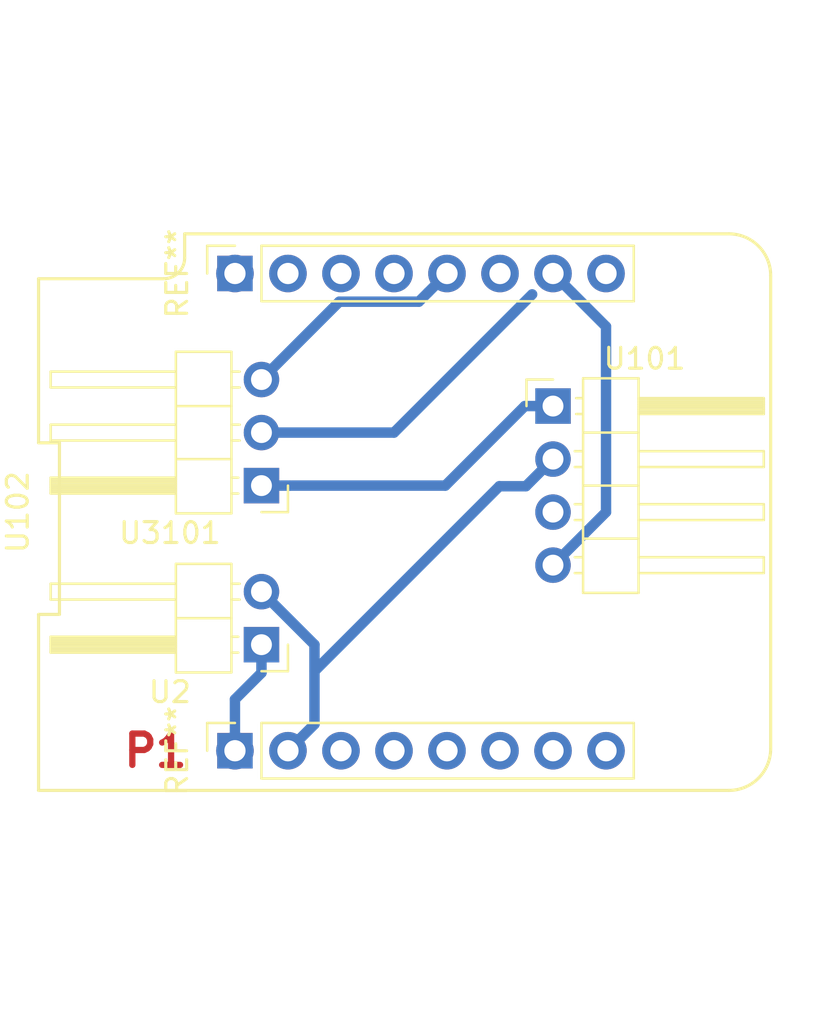
<source format=kicad_pcb>
(kicad_pcb (version 20171130) (host pcbnew 5.0.2-bee76a0~70~ubuntu18.04.1)

  (general
    (thickness 1.6)
    (drawings 1)
    (tracks 23)
    (zones 0)
    (modules 6)
    (nets 18)
  )

  (page A4)
  (layers
    (0 F.Cu signal)
    (31 B.Cu signal)
    (32 B.Adhes user)
    (33 F.Adhes user)
    (34 B.Paste user)
    (35 F.Paste user)
    (36 B.SilkS user)
    (37 F.SilkS user)
    (38 B.Mask user)
    (39 F.Mask user)
    (40 Dwgs.User user)
    (41 Cmts.User user)
    (42 Eco1.User user)
    (43 Eco2.User user)
    (44 Edge.Cuts user)
    (45 Margin user)
    (46 B.CrtYd user)
    (47 F.CrtYd user)
    (48 B.Fab user)
    (49 F.Fab user)
  )

  (setup
    (last_trace_width 0.25)
    (trace_clearance 0.2)
    (zone_clearance 0.508)
    (zone_45_only no)
    (trace_min 0.2)
    (segment_width 0.2)
    (edge_width 0.1)
    (via_size 0.8)
    (via_drill 0.4)
    (via_min_size 0.4)
    (via_min_drill 0.3)
    (uvia_size 0.3)
    (uvia_drill 0.1)
    (uvias_allowed no)
    (uvia_min_size 0.2)
    (uvia_min_drill 0.1)
    (pcb_text_width 0.3)
    (pcb_text_size 1.5 1.5)
    (mod_edge_width 0.15)
    (mod_text_size 1 1)
    (mod_text_width 0.15)
    (pad_size 1.5 1.5)
    (pad_drill 0.6)
    (pad_to_mask_clearance 0)
    (solder_mask_min_width 0.25)
    (aux_axis_origin 0 0)
    (visible_elements FFFFF77F)
    (pcbplotparams
      (layerselection 0x010fc_ffffffff)
      (usegerberextensions false)
      (usegerberattributes false)
      (usegerberadvancedattributes false)
      (creategerberjobfile false)
      (excludeedgelayer true)
      (linewidth 0.100000)
      (plotframeref false)
      (viasonmask false)
      (mode 1)
      (useauxorigin false)
      (hpglpennumber 1)
      (hpglpenspeed 20)
      (hpglpendiameter 15.000000)
      (psnegative false)
      (psa4output false)
      (plotreference true)
      (plotvalue true)
      (plotinvisibletext false)
      (padsonsilk false)
      (subtractmaskfromsilk false)
      (outputformat 1)
      (mirror false)
      (drillshape 1)
      (scaleselection 1)
      (outputdirectory ""))
  )

  (net 0 "")
  (net 1 +5V)
  (net 2 GND)
  (net 3 VCC)
  (net 4 "Net-(U101-Pad3)")
  (net 5 "Net-(U101-Pad4)")
  (net 6 "Net-(U102-Pad15)")
  (net 7 "Net-(U102-Pad14)")
  (net 8 "Net-(U102-Pad3)")
  (net 9 "Net-(U102-Pad13)")
  (net 10 "Net-(U102-Pad4)")
  (net 11 "Net-(U102-Pad12)")
  (net 12 "Net-(U102-Pad5)")
  (net 13 "Net-(U102-Pad11)")
  (net 14 "Net-(U102-Pad6)")
  (net 15 "Net-(U102-Pad7)")
  (net 16 "Net-(U102-Pad9)")
  (net 17 "Net-(U102-Pad8)")

  (net_class Default "This is the default net class."
    (clearance 0.2)
    (trace_width 0.25)
    (via_dia 0.8)
    (via_drill 0.4)
    (uvia_dia 0.3)
    (uvia_drill 0.1)
    (add_net +5V)
    (add_net GND)
    (add_net "Net-(U101-Pad3)")
    (add_net "Net-(U101-Pad4)")
    (add_net "Net-(U102-Pad11)")
    (add_net "Net-(U102-Pad12)")
    (add_net "Net-(U102-Pad13)")
    (add_net "Net-(U102-Pad14)")
    (add_net "Net-(U102-Pad15)")
    (add_net "Net-(U102-Pad3)")
    (add_net "Net-(U102-Pad4)")
    (add_net "Net-(U102-Pad5)")
    (add_net "Net-(U102-Pad6)")
    (add_net "Net-(U102-Pad7)")
    (add_net "Net-(U102-Pad8)")
    (add_net "Net-(U102-Pad9)")
    (add_net VCC)
  )

  (module pinSocket:PinSocket_1x08_P2.54mm_Vertical (layer F.Cu) (tedit 5A19A420) (tstamp 5E02912E)
    (at 179.07 107.95 90)
    (descr "Through hole straight socket strip, 1x08, 2.54mm pitch, single row (from Kicad 4.0.7), script generated")
    (tags "Through hole socket strip THT 1x08 2.54mm single row")
    (fp_text reference REF** (at 0 -2.77 90) (layer F.SilkS)
      (effects (font (size 1 1) (thickness 0.15)))
    )
    (fp_text value PinSocket_1x08_P2.54mm_Vertical (at 0 20.55 90) (layer F.Fab)
      (effects (font (size 1 1) (thickness 0.15)))
    )
    (fp_text user %R (at 0 8.89 180) (layer F.Fab)
      (effects (font (size 1 1) (thickness 0.15)))
    )
    (fp_line (start -1.8 19.55) (end -1.8 -1.8) (layer F.CrtYd) (width 0.05))
    (fp_line (start 1.75 19.55) (end -1.8 19.55) (layer F.CrtYd) (width 0.05))
    (fp_line (start 1.75 -1.8) (end 1.75 19.55) (layer F.CrtYd) (width 0.05))
    (fp_line (start -1.8 -1.8) (end 1.75 -1.8) (layer F.CrtYd) (width 0.05))
    (fp_line (start 0 -1.33) (end 1.33 -1.33) (layer F.SilkS) (width 0.12))
    (fp_line (start 1.33 -1.33) (end 1.33 0) (layer F.SilkS) (width 0.12))
    (fp_line (start 1.33 1.27) (end 1.33 19.11) (layer F.SilkS) (width 0.12))
    (fp_line (start -1.33 19.11) (end 1.33 19.11) (layer F.SilkS) (width 0.12))
    (fp_line (start -1.33 1.27) (end -1.33 19.11) (layer F.SilkS) (width 0.12))
    (fp_line (start -1.33 1.27) (end 1.33 1.27) (layer F.SilkS) (width 0.12))
    (fp_line (start -1.27 19.05) (end -1.27 -1.27) (layer F.Fab) (width 0.1))
    (fp_line (start 1.27 19.05) (end -1.27 19.05) (layer F.Fab) (width 0.1))
    (fp_line (start 1.27 -0.635) (end 1.27 19.05) (layer F.Fab) (width 0.1))
    (fp_line (start 0.635 -1.27) (end 1.27 -0.635) (layer F.Fab) (width 0.1))
    (fp_line (start -1.27 -1.27) (end 0.635 -1.27) (layer F.Fab) (width 0.1))
    (pad 8 thru_hole oval (at 0 17.78 90) (size 1.7 1.7) (drill 1) (layers *.Cu *.Mask))
    (pad 7 thru_hole oval (at 0 15.24 90) (size 1.7 1.7) (drill 1) (layers *.Cu *.Mask))
    (pad 6 thru_hole oval (at 0 12.7 90) (size 1.7 1.7) (drill 1) (layers *.Cu *.Mask))
    (pad 5 thru_hole oval (at 0 10.16 90) (size 1.7 1.7) (drill 1) (layers *.Cu *.Mask))
    (pad 4 thru_hole oval (at 0 7.62 90) (size 1.7 1.7) (drill 1) (layers *.Cu *.Mask))
    (pad 3 thru_hole oval (at 0 5.08 90) (size 1.7 1.7) (drill 1) (layers *.Cu *.Mask))
    (pad 2 thru_hole oval (at 0 2.54 90) (size 1.7 1.7) (drill 1) (layers *.Cu *.Mask))
    (pad 1 thru_hole rect (at 0 0 90) (size 1.7 1.7) (drill 1) (layers *.Cu *.Mask))
    (model ${KISYS3DMOD}/Connector_PinSocket_2.54mm.3dshapes/PinSocket_1x08_P2.54mm_Vertical.wrl
      (at (xyz 0 0 0))
      (scale (xyz 1 1 1))
      (rotate (xyz 0 0 0))
    )
  )

  (module pinSocket:PinSocket_1x08_P2.54mm_Vertical (layer F.Cu) (tedit 5A19A420) (tstamp 5E0290F8)
    (at 179.07 85.09 90)
    (descr "Through hole straight socket strip, 1x08, 2.54mm pitch, single row (from Kicad 4.0.7), script generated")
    (tags "Through hole socket strip THT 1x08 2.54mm single row")
    (fp_text reference REF** (at 0 -2.77 90) (layer F.SilkS)
      (effects (font (size 1 1) (thickness 0.15)))
    )
    (fp_text value PinSocket_1x08_P2.54mm_Vertical (at 0 20.55 90) (layer F.Fab)
      (effects (font (size 1 1) (thickness 0.15)))
    )
    (fp_line (start -1.27 -1.27) (end 0.635 -1.27) (layer F.Fab) (width 0.1))
    (fp_line (start 0.635 -1.27) (end 1.27 -0.635) (layer F.Fab) (width 0.1))
    (fp_line (start 1.27 -0.635) (end 1.27 19.05) (layer F.Fab) (width 0.1))
    (fp_line (start 1.27 19.05) (end -1.27 19.05) (layer F.Fab) (width 0.1))
    (fp_line (start -1.27 19.05) (end -1.27 -1.27) (layer F.Fab) (width 0.1))
    (fp_line (start -1.33 1.27) (end 1.33 1.27) (layer F.SilkS) (width 0.12))
    (fp_line (start -1.33 1.27) (end -1.33 19.11) (layer F.SilkS) (width 0.12))
    (fp_line (start -1.33 19.11) (end 1.33 19.11) (layer F.SilkS) (width 0.12))
    (fp_line (start 1.33 1.27) (end 1.33 19.11) (layer F.SilkS) (width 0.12))
    (fp_line (start 1.33 -1.33) (end 1.33 0) (layer F.SilkS) (width 0.12))
    (fp_line (start 0 -1.33) (end 1.33 -1.33) (layer F.SilkS) (width 0.12))
    (fp_line (start -1.8 -1.8) (end 1.75 -1.8) (layer F.CrtYd) (width 0.05))
    (fp_line (start 1.75 -1.8) (end 1.75 19.55) (layer F.CrtYd) (width 0.05))
    (fp_line (start 1.75 19.55) (end -1.8 19.55) (layer F.CrtYd) (width 0.05))
    (fp_line (start -1.8 19.55) (end -1.8 -1.8) (layer F.CrtYd) (width 0.05))
    (fp_text user %R (at 0 8.89 180) (layer F.Fab)
      (effects (font (size 1 1) (thickness 0.15)))
    )
    (pad 1 thru_hole rect (at 0 0 90) (size 1.7 1.7) (drill 1) (layers *.Cu *.Mask))
    (pad 2 thru_hole oval (at 0 2.54 90) (size 1.7 1.7) (drill 1) (layers *.Cu *.Mask))
    (pad 3 thru_hole oval (at 0 5.08 90) (size 1.7 1.7) (drill 1) (layers *.Cu *.Mask))
    (pad 4 thru_hole oval (at 0 7.62 90) (size 1.7 1.7) (drill 1) (layers *.Cu *.Mask))
    (pad 5 thru_hole oval (at 0 10.16 90) (size 1.7 1.7) (drill 1) (layers *.Cu *.Mask))
    (pad 6 thru_hole oval (at 0 12.7 90) (size 1.7 1.7) (drill 1) (layers *.Cu *.Mask))
    (pad 7 thru_hole oval (at 0 15.24 90) (size 1.7 1.7) (drill 1) (layers *.Cu *.Mask))
    (pad 8 thru_hole oval (at 0 17.78 90) (size 1.7 1.7) (drill 1) (layers *.Cu *.Mask))
    (model ${KISYS3DMOD}/Connector_PinSocket_2.54mm.3dshapes/PinSocket_1x08_P2.54mm_Vertical.wrl
      (at (xyz 0 0 0))
      (scale (xyz 1 1 1))
      (rotate (xyz 0 0 0))
    )
  )

  (module pinHeads:PinHeader_1x02_P2.54mm_Horizontal (layer F.Cu) (tedit 59FED5CB) (tstamp 5E02892F)
    (at 180.34 102.87 180)
    (descr "Through hole angled pin header, 1x02, 2.54mm pitch, 6mm pin length, single row")
    (tags "Through hole angled pin header THT 1x02 2.54mm single row")
    (path /5DF78856)
    (fp_text reference U2 (at 4.385 -2.27 180) (layer F.SilkS)
      (effects (font (size 1 1) (thickness 0.15)))
    )
    (fp_text value Relay_2_pins (at 4.385 4.81 180) (layer F.Fab)
      (effects (font (size 1 1) (thickness 0.15)))
    )
    (fp_line (start 2.135 -1.27) (end 4.04 -1.27) (layer F.Fab) (width 0.1))
    (fp_line (start 4.04 -1.27) (end 4.04 3.81) (layer F.Fab) (width 0.1))
    (fp_line (start 4.04 3.81) (end 1.5 3.81) (layer F.Fab) (width 0.1))
    (fp_line (start 1.5 3.81) (end 1.5 -0.635) (layer F.Fab) (width 0.1))
    (fp_line (start 1.5 -0.635) (end 2.135 -1.27) (layer F.Fab) (width 0.1))
    (fp_line (start -0.32 -0.32) (end 1.5 -0.32) (layer F.Fab) (width 0.1))
    (fp_line (start -0.32 -0.32) (end -0.32 0.32) (layer F.Fab) (width 0.1))
    (fp_line (start -0.32 0.32) (end 1.5 0.32) (layer F.Fab) (width 0.1))
    (fp_line (start 4.04 -0.32) (end 10.04 -0.32) (layer F.Fab) (width 0.1))
    (fp_line (start 10.04 -0.32) (end 10.04 0.32) (layer F.Fab) (width 0.1))
    (fp_line (start 4.04 0.32) (end 10.04 0.32) (layer F.Fab) (width 0.1))
    (fp_line (start -0.32 2.22) (end 1.5 2.22) (layer F.Fab) (width 0.1))
    (fp_line (start -0.32 2.22) (end -0.32 2.86) (layer F.Fab) (width 0.1))
    (fp_line (start -0.32 2.86) (end 1.5 2.86) (layer F.Fab) (width 0.1))
    (fp_line (start 4.04 2.22) (end 10.04 2.22) (layer F.Fab) (width 0.1))
    (fp_line (start 10.04 2.22) (end 10.04 2.86) (layer F.Fab) (width 0.1))
    (fp_line (start 4.04 2.86) (end 10.04 2.86) (layer F.Fab) (width 0.1))
    (fp_line (start 1.44 -1.33) (end 1.44 3.87) (layer F.SilkS) (width 0.12))
    (fp_line (start 1.44 3.87) (end 4.1 3.87) (layer F.SilkS) (width 0.12))
    (fp_line (start 4.1 3.87) (end 4.1 -1.33) (layer F.SilkS) (width 0.12))
    (fp_line (start 4.1 -1.33) (end 1.44 -1.33) (layer F.SilkS) (width 0.12))
    (fp_line (start 4.1 -0.38) (end 10.1 -0.38) (layer F.SilkS) (width 0.12))
    (fp_line (start 10.1 -0.38) (end 10.1 0.38) (layer F.SilkS) (width 0.12))
    (fp_line (start 10.1 0.38) (end 4.1 0.38) (layer F.SilkS) (width 0.12))
    (fp_line (start 4.1 -0.32) (end 10.1 -0.32) (layer F.SilkS) (width 0.12))
    (fp_line (start 4.1 -0.2) (end 10.1 -0.2) (layer F.SilkS) (width 0.12))
    (fp_line (start 4.1 -0.08) (end 10.1 -0.08) (layer F.SilkS) (width 0.12))
    (fp_line (start 4.1 0.04) (end 10.1 0.04) (layer F.SilkS) (width 0.12))
    (fp_line (start 4.1 0.16) (end 10.1 0.16) (layer F.SilkS) (width 0.12))
    (fp_line (start 4.1 0.28) (end 10.1 0.28) (layer F.SilkS) (width 0.12))
    (fp_line (start 1.11 -0.38) (end 1.44 -0.38) (layer F.SilkS) (width 0.12))
    (fp_line (start 1.11 0.38) (end 1.44 0.38) (layer F.SilkS) (width 0.12))
    (fp_line (start 1.44 1.27) (end 4.1 1.27) (layer F.SilkS) (width 0.12))
    (fp_line (start 4.1 2.16) (end 10.1 2.16) (layer F.SilkS) (width 0.12))
    (fp_line (start 10.1 2.16) (end 10.1 2.92) (layer F.SilkS) (width 0.12))
    (fp_line (start 10.1 2.92) (end 4.1 2.92) (layer F.SilkS) (width 0.12))
    (fp_line (start 1.042929 2.16) (end 1.44 2.16) (layer F.SilkS) (width 0.12))
    (fp_line (start 1.042929 2.92) (end 1.44 2.92) (layer F.SilkS) (width 0.12))
    (fp_line (start -1.27 0) (end -1.27 -1.27) (layer F.SilkS) (width 0.12))
    (fp_line (start -1.27 -1.27) (end 0 -1.27) (layer F.SilkS) (width 0.12))
    (fp_line (start -1.8 -1.8) (end -1.8 4.35) (layer F.CrtYd) (width 0.05))
    (fp_line (start -1.8 4.35) (end 10.55 4.35) (layer F.CrtYd) (width 0.05))
    (fp_line (start 10.55 4.35) (end 10.55 -1.8) (layer F.CrtYd) (width 0.05))
    (fp_line (start 10.55 -1.8) (end -1.8 -1.8) (layer F.CrtYd) (width 0.05))
    (fp_text user %R (at 2.77 1.27 270) (layer F.Fab)
      (effects (font (size 1 1) (thickness 0.15)))
    )
    (pad 1 thru_hole rect (at 0 0 180) (size 1.7 1.7) (drill 1) (layers *.Cu *.Mask)
      (net 1 +5V))
    (pad 2 thru_hole oval (at 0 2.54 180) (size 1.7 1.7) (drill 1) (layers *.Cu *.Mask)
      (net 2 GND))
    (model ${KISYS3DMOD}/Connector_PinHeader_2.54mm.3dshapes/PinHeader_1x02_P2.54mm_Horizontal.wrl
      (at (xyz 0 0 0))
      (scale (xyz 1 1 1))
      (rotate (xyz 0 0 0))
    )
  )

  (module pinHeads:PinHeader_1x04_P2.54mm_Horizontal (layer F.Cu) (tedit 59FED5CB) (tstamp 5E02897C)
    (at 194.31 91.44)
    (descr "Through hole angled pin header, 1x04, 2.54mm pitch, 6mm pin length, single row")
    (tags "Through hole angled pin header THT 1x04 2.54mm single row")
    (path /5DF80F41)
    (fp_text reference U101 (at 4.385 -2.27) (layer F.SilkS)
      (effects (font (size 1 1) (thickness 0.15)))
    )
    (fp_text value Temperature_connector (at 4.385 9.89) (layer F.Fab)
      (effects (font (size 1 1) (thickness 0.15)))
    )
    (fp_line (start 2.135 -1.27) (end 4.04 -1.27) (layer F.Fab) (width 0.1))
    (fp_line (start 4.04 -1.27) (end 4.04 8.89) (layer F.Fab) (width 0.1))
    (fp_line (start 4.04 8.89) (end 1.5 8.89) (layer F.Fab) (width 0.1))
    (fp_line (start 1.5 8.89) (end 1.5 -0.635) (layer F.Fab) (width 0.1))
    (fp_line (start 1.5 -0.635) (end 2.135 -1.27) (layer F.Fab) (width 0.1))
    (fp_line (start -0.32 -0.32) (end 1.5 -0.32) (layer F.Fab) (width 0.1))
    (fp_line (start -0.32 -0.32) (end -0.32 0.32) (layer F.Fab) (width 0.1))
    (fp_line (start -0.32 0.32) (end 1.5 0.32) (layer F.Fab) (width 0.1))
    (fp_line (start 4.04 -0.32) (end 10.04 -0.32) (layer F.Fab) (width 0.1))
    (fp_line (start 10.04 -0.32) (end 10.04 0.32) (layer F.Fab) (width 0.1))
    (fp_line (start 4.04 0.32) (end 10.04 0.32) (layer F.Fab) (width 0.1))
    (fp_line (start -0.32 2.22) (end 1.5 2.22) (layer F.Fab) (width 0.1))
    (fp_line (start -0.32 2.22) (end -0.32 2.86) (layer F.Fab) (width 0.1))
    (fp_line (start -0.32 2.86) (end 1.5 2.86) (layer F.Fab) (width 0.1))
    (fp_line (start 4.04 2.22) (end 10.04 2.22) (layer F.Fab) (width 0.1))
    (fp_line (start 10.04 2.22) (end 10.04 2.86) (layer F.Fab) (width 0.1))
    (fp_line (start 4.04 2.86) (end 10.04 2.86) (layer F.Fab) (width 0.1))
    (fp_line (start -0.32 4.76) (end 1.5 4.76) (layer F.Fab) (width 0.1))
    (fp_line (start -0.32 4.76) (end -0.32 5.4) (layer F.Fab) (width 0.1))
    (fp_line (start -0.32 5.4) (end 1.5 5.4) (layer F.Fab) (width 0.1))
    (fp_line (start 4.04 4.76) (end 10.04 4.76) (layer F.Fab) (width 0.1))
    (fp_line (start 10.04 4.76) (end 10.04 5.4) (layer F.Fab) (width 0.1))
    (fp_line (start 4.04 5.4) (end 10.04 5.4) (layer F.Fab) (width 0.1))
    (fp_line (start -0.32 7.3) (end 1.5 7.3) (layer F.Fab) (width 0.1))
    (fp_line (start -0.32 7.3) (end -0.32 7.94) (layer F.Fab) (width 0.1))
    (fp_line (start -0.32 7.94) (end 1.5 7.94) (layer F.Fab) (width 0.1))
    (fp_line (start 4.04 7.3) (end 10.04 7.3) (layer F.Fab) (width 0.1))
    (fp_line (start 10.04 7.3) (end 10.04 7.94) (layer F.Fab) (width 0.1))
    (fp_line (start 4.04 7.94) (end 10.04 7.94) (layer F.Fab) (width 0.1))
    (fp_line (start 1.44 -1.33) (end 1.44 8.95) (layer F.SilkS) (width 0.12))
    (fp_line (start 1.44 8.95) (end 4.1 8.95) (layer F.SilkS) (width 0.12))
    (fp_line (start 4.1 8.95) (end 4.1 -1.33) (layer F.SilkS) (width 0.12))
    (fp_line (start 4.1 -1.33) (end 1.44 -1.33) (layer F.SilkS) (width 0.12))
    (fp_line (start 4.1 -0.38) (end 10.1 -0.38) (layer F.SilkS) (width 0.12))
    (fp_line (start 10.1 -0.38) (end 10.1 0.38) (layer F.SilkS) (width 0.12))
    (fp_line (start 10.1 0.38) (end 4.1 0.38) (layer F.SilkS) (width 0.12))
    (fp_line (start 4.1 -0.32) (end 10.1 -0.32) (layer F.SilkS) (width 0.12))
    (fp_line (start 4.1 -0.2) (end 10.1 -0.2) (layer F.SilkS) (width 0.12))
    (fp_line (start 4.1 -0.08) (end 10.1 -0.08) (layer F.SilkS) (width 0.12))
    (fp_line (start 4.1 0.04) (end 10.1 0.04) (layer F.SilkS) (width 0.12))
    (fp_line (start 4.1 0.16) (end 10.1 0.16) (layer F.SilkS) (width 0.12))
    (fp_line (start 4.1 0.28) (end 10.1 0.28) (layer F.SilkS) (width 0.12))
    (fp_line (start 1.11 -0.38) (end 1.44 -0.38) (layer F.SilkS) (width 0.12))
    (fp_line (start 1.11 0.38) (end 1.44 0.38) (layer F.SilkS) (width 0.12))
    (fp_line (start 1.44 1.27) (end 4.1 1.27) (layer F.SilkS) (width 0.12))
    (fp_line (start 4.1 2.16) (end 10.1 2.16) (layer F.SilkS) (width 0.12))
    (fp_line (start 10.1 2.16) (end 10.1 2.92) (layer F.SilkS) (width 0.12))
    (fp_line (start 10.1 2.92) (end 4.1 2.92) (layer F.SilkS) (width 0.12))
    (fp_line (start 1.042929 2.16) (end 1.44 2.16) (layer F.SilkS) (width 0.12))
    (fp_line (start 1.042929 2.92) (end 1.44 2.92) (layer F.SilkS) (width 0.12))
    (fp_line (start 1.44 3.81) (end 4.1 3.81) (layer F.SilkS) (width 0.12))
    (fp_line (start 4.1 4.7) (end 10.1 4.7) (layer F.SilkS) (width 0.12))
    (fp_line (start 10.1 4.7) (end 10.1 5.46) (layer F.SilkS) (width 0.12))
    (fp_line (start 10.1 5.46) (end 4.1 5.46) (layer F.SilkS) (width 0.12))
    (fp_line (start 1.042929 4.7) (end 1.44 4.7) (layer F.SilkS) (width 0.12))
    (fp_line (start 1.042929 5.46) (end 1.44 5.46) (layer F.SilkS) (width 0.12))
    (fp_line (start 1.44 6.35) (end 4.1 6.35) (layer F.SilkS) (width 0.12))
    (fp_line (start 4.1 7.24) (end 10.1 7.24) (layer F.SilkS) (width 0.12))
    (fp_line (start 10.1 7.24) (end 10.1 8) (layer F.SilkS) (width 0.12))
    (fp_line (start 10.1 8) (end 4.1 8) (layer F.SilkS) (width 0.12))
    (fp_line (start 1.042929 7.24) (end 1.44 7.24) (layer F.SilkS) (width 0.12))
    (fp_line (start 1.042929 8) (end 1.44 8) (layer F.SilkS) (width 0.12))
    (fp_line (start -1.27 0) (end -1.27 -1.27) (layer F.SilkS) (width 0.12))
    (fp_line (start -1.27 -1.27) (end 0 -1.27) (layer F.SilkS) (width 0.12))
    (fp_line (start -1.8 -1.8) (end -1.8 9.4) (layer F.CrtYd) (width 0.05))
    (fp_line (start -1.8 9.4) (end 10.55 9.4) (layer F.CrtYd) (width 0.05))
    (fp_line (start 10.55 9.4) (end 10.55 -1.8) (layer F.CrtYd) (width 0.05))
    (fp_line (start 10.55 -1.8) (end -1.8 -1.8) (layer F.CrtYd) (width 0.05))
    (fp_text user %R (at 2.77 3.81 90) (layer F.Fab)
      (effects (font (size 1 1) (thickness 0.15)))
    )
    (pad 1 thru_hole rect (at 0 0) (size 1.7 1.7) (drill 1) (layers *.Cu *.Mask)
      (net 3 VCC))
    (pad 2 thru_hole oval (at 0 2.54) (size 1.7 1.7) (drill 1) (layers *.Cu *.Mask)
      (net 2 GND))
    (pad 3 thru_hole oval (at 0 5.08) (size 1.7 1.7) (drill 1) (layers *.Cu *.Mask)
      (net 4 "Net-(U101-Pad3)"))
    (pad 4 thru_hole oval (at 0 7.62) (size 1.7 1.7) (drill 1) (layers *.Cu *.Mask)
      (net 5 "Net-(U101-Pad4)"))
    (model ${KISYS3DMOD}/Connector_PinHeader_2.54mm.3dshapes/PinHeader_1x04_P2.54mm_Horizontal.wrl
      (at (xyz 0 0 0))
      (scale (xyz 1 1 1))
      (rotate (xyz 0 0 0))
    )
  )

  (module wemos-d1-mini:wemos-d1-mini-with-pin-header (layer F.Cu) (tedit 58B56635) (tstamp 5E0289A7)
    (at 187.96 96.52)
    (path /5DFA3DEE)
    (fp_text reference U102 (at -19.3 0 90) (layer F.SilkS)
      (effects (font (size 1 1) (thickness 0.15)))
    )
    (fp_text value WeMos_mini (at 0 0) (layer F.Fab)
      (effects (font (size 1 1) (thickness 0.15)))
    )
    (fp_line (start -18.3 13.33) (end 14.78 13.33) (layer F.SilkS) (width 0.15))
    (fp_line (start 16.78 11.33) (end 16.78 -11.33) (layer F.SilkS) (width 0.15))
    (fp_line (start 14.78 -13.33) (end -11.3 -13.33) (layer F.SilkS) (width 0.15))
    (fp_line (start -18.3 -11.18) (end -18.3 -3.32) (layer F.SilkS) (width 0.15))
    (fp_line (start -18.3 -3.32) (end -17.3 -3.32) (layer F.SilkS) (width 0.15))
    (fp_line (start -17.3 -3.32) (end -17.3 4.9) (layer F.SilkS) (width 0.15))
    (fp_line (start -17.3 4.9) (end -18.3 4.9) (layer F.SilkS) (width 0.15))
    (fp_line (start -18.3 4.9) (end -18.3 13.329999) (layer F.SilkS) (width 0.15))
    (fp_line (start -11.48 -13.5) (end 14.85 -13.5) (layer F.CrtYd) (width 0.05))
    (fp_line (start 16.94 -11.5) (end 16.94 11.5) (layer F.CrtYd) (width 0.05))
    (fp_line (start 14.94 13.5) (end -18.46 13.5) (layer F.CrtYd) (width 0.05))
    (fp_line (start -18.46 13.5) (end -18.46 -11.33) (layer F.CrtYd) (width 0.05))
    (fp_arc (start 14.78 -11.33) (end 14.78 -13.33) (angle 90) (layer F.SilkS) (width 0.15))
    (fp_arc (start 14.78 11.33) (end 16.78 11.33) (angle 90) (layer F.SilkS) (width 0.15))
    (fp_arc (start 14.94 11.5) (end 16.94 11.5) (angle 90) (layer F.CrtYd) (width 0.05))
    (fp_arc (start 14.94 -11.5) (end 14.85 -13.5) (angle 92.57657183) (layer F.CrtYd) (width 0.05))
    (fp_line (start -18.3 -11.18) (end -12.3 -11.18) (layer F.SilkS) (width 0.15))
    (fp_arc (start -12.3 -12.18) (end -11.3 -12.18) (angle 90) (layer F.SilkS) (width 0.15))
    (fp_line (start -11.3 -12.17) (end -11.3 -13.33) (layer F.SilkS) (width 0.15))
    (fp_line (start -11.3 -13.33) (end -11.3 -13.33) (layer F.SilkS) (width 0.15))
    (fp_line (start -11.48 -13.5) (end -11.48 -12.33) (layer F.CrtYd) (width 0.05))
    (fp_line (start -18.46 -11.33) (end -12.48 -11.33) (layer F.CrtYd) (width 0.05))
    (fp_arc (start -12.48 -12.33) (end -11.48 -12.33) (angle 90) (layer F.CrtYd) (width 0.05))
    (pad 16 thru_hole circle (at -8.89 -11.43) (size 1.8 1.8) (drill 1.016) (layers *.Cu *.Mask)
      (net 3 VCC))
    (pad 1 thru_hole circle (at -8.89 11.43) (size 1.8 1.8) (drill 1.016) (layers *.Cu *.Mask)
      (net 1 +5V))
    (pad 15 thru_hole circle (at -6.35 -11.43) (size 1.8 1.8) (drill 1.016) (layers *.Cu *.Mask)
      (net 6 "Net-(U102-Pad15)"))
    (pad 2 thru_hole circle (at -6.35 11.43) (size 1.8 1.8) (drill 1.016) (layers *.Cu *.Mask)
      (net 2 GND))
    (pad 14 thru_hole circle (at -3.81 -11.43) (size 1.8 1.8) (drill 1.016) (layers *.Cu *.Mask)
      (net 7 "Net-(U102-Pad14)"))
    (pad 3 thru_hole circle (at -3.81 11.43) (size 1.8 1.8) (drill 1.016) (layers *.Cu *.Mask)
      (net 8 "Net-(U102-Pad3)"))
    (pad 13 thru_hole circle (at -1.27 -11.43) (size 1.8 1.8) (drill 1.016) (layers *.Cu *.Mask)
      (net 9 "Net-(U102-Pad13)"))
    (pad 4 thru_hole circle (at -1.27 11.43) (size 1.8 1.8) (drill 1.016) (layers *.Cu *.Mask)
      (net 10 "Net-(U102-Pad4)"))
    (pad 12 thru_hole circle (at 1.27 -11.43) (size 1.8 1.8) (drill 1.016) (layers *.Cu *.Mask)
      (net 11 "Net-(U102-Pad12)"))
    (pad 5 thru_hole circle (at 1.27 11.43) (size 1.8 1.8) (drill 1.016) (layers *.Cu *.Mask)
      (net 12 "Net-(U102-Pad5)"))
    (pad 11 thru_hole circle (at 3.81 -11.43) (size 1.8 1.8) (drill 1.016) (layers *.Cu *.Mask)
      (net 13 "Net-(U102-Pad11)"))
    (pad 6 thru_hole circle (at 3.81 11.43) (size 1.8 1.8) (drill 1.016) (layers *.Cu *.Mask)
      (net 14 "Net-(U102-Pad6)"))
    (pad 10 thru_hole circle (at 6.35 -11.43) (size 1.8 1.8) (drill 1.016) (layers *.Cu *.Mask)
      (net 5 "Net-(U101-Pad4)"))
    (pad 7 thru_hole circle (at 6.35 11.43) (size 1.8 1.8) (drill 1.016) (layers *.Cu *.Mask)
      (net 15 "Net-(U102-Pad7)"))
    (pad 9 thru_hole circle (at 8.89 -11.43) (size 1.8 1.8) (drill 1.016) (layers *.Cu *.Mask)
      (net 16 "Net-(U102-Pad9)"))
    (pad 8 thru_hole circle (at 8.89 11.43) (size 1.8 1.8) (drill 1.016) (layers *.Cu *.Mask)
      (net 17 "Net-(U102-Pad8)"))
    (model ${KIPRJMOD}/3dshapes/wemos_d1_mini.3dshapes/d1_mini_shield.wrl
      (offset (xyz -17.89999973116897 -12.79999980776329 5.099999923405687))
      (scale (xyz 0.3937 0.3937 0.3937))
      (rotate (xyz 0 180 90))
    )
    (model ${KIPRJMOD}/3dshapes/wemos_d1_mini.3dshapes/TSW-108-05-G-S.wrl
      (offset (xyz 0 -11.39999982878918 2.599999960951919))
      (scale (xyz 0.3937 0.3937 0.3937))
      (rotate (xyz 90 0 0))
    )
    (model ${KIPRJMOD}/3dshapes/wemos_d1_mini.3dshapes/TSW-108-05-G-S.wrl
      (offset (xyz 0 11.39999982878918 2.599999960951919))
      (scale (xyz 0.3937 0.3937 0.3937))
      (rotate (xyz 90 0 0))
    )
  )

  (module pinHeads:PinHeader_1x03_P2.54mm_Horizontal (layer F.Cu) (tedit 59FED5CB) (tstamp 5E0289E7)
    (at 180.34 95.25 180)
    (descr "Through hole angled pin header, 1x03, 2.54mm pitch, 6mm pin length, single row")
    (tags "Through hole angled pin header THT 1x03 2.54mm single row")
    (path /5DF78A93)
    (fp_text reference U3101 (at 4.385 -2.27 180) (layer F.SilkS)
      (effects (font (size 1 1) (thickness 0.15)))
    )
    (fp_text value Flow_connector (at 4.385 7.35 180) (layer F.Fab)
      (effects (font (size 1 1) (thickness 0.15)))
    )
    (fp_line (start 2.135 -1.27) (end 4.04 -1.27) (layer F.Fab) (width 0.1))
    (fp_line (start 4.04 -1.27) (end 4.04 6.35) (layer F.Fab) (width 0.1))
    (fp_line (start 4.04 6.35) (end 1.5 6.35) (layer F.Fab) (width 0.1))
    (fp_line (start 1.5 6.35) (end 1.5 -0.635) (layer F.Fab) (width 0.1))
    (fp_line (start 1.5 -0.635) (end 2.135 -1.27) (layer F.Fab) (width 0.1))
    (fp_line (start -0.32 -0.32) (end 1.5 -0.32) (layer F.Fab) (width 0.1))
    (fp_line (start -0.32 -0.32) (end -0.32 0.32) (layer F.Fab) (width 0.1))
    (fp_line (start -0.32 0.32) (end 1.5 0.32) (layer F.Fab) (width 0.1))
    (fp_line (start 4.04 -0.32) (end 10.04 -0.32) (layer F.Fab) (width 0.1))
    (fp_line (start 10.04 -0.32) (end 10.04 0.32) (layer F.Fab) (width 0.1))
    (fp_line (start 4.04 0.32) (end 10.04 0.32) (layer F.Fab) (width 0.1))
    (fp_line (start -0.32 2.22) (end 1.5 2.22) (layer F.Fab) (width 0.1))
    (fp_line (start -0.32 2.22) (end -0.32 2.86) (layer F.Fab) (width 0.1))
    (fp_line (start -0.32 2.86) (end 1.5 2.86) (layer F.Fab) (width 0.1))
    (fp_line (start 4.04 2.22) (end 10.04 2.22) (layer F.Fab) (width 0.1))
    (fp_line (start 10.04 2.22) (end 10.04 2.86) (layer F.Fab) (width 0.1))
    (fp_line (start 4.04 2.86) (end 10.04 2.86) (layer F.Fab) (width 0.1))
    (fp_line (start -0.32 4.76) (end 1.5 4.76) (layer F.Fab) (width 0.1))
    (fp_line (start -0.32 4.76) (end -0.32 5.4) (layer F.Fab) (width 0.1))
    (fp_line (start -0.32 5.4) (end 1.5 5.4) (layer F.Fab) (width 0.1))
    (fp_line (start 4.04 4.76) (end 10.04 4.76) (layer F.Fab) (width 0.1))
    (fp_line (start 10.04 4.76) (end 10.04 5.4) (layer F.Fab) (width 0.1))
    (fp_line (start 4.04 5.4) (end 10.04 5.4) (layer F.Fab) (width 0.1))
    (fp_line (start 1.44 -1.33) (end 1.44 6.41) (layer F.SilkS) (width 0.12))
    (fp_line (start 1.44 6.41) (end 4.1 6.41) (layer F.SilkS) (width 0.12))
    (fp_line (start 4.1 6.41) (end 4.1 -1.33) (layer F.SilkS) (width 0.12))
    (fp_line (start 4.1 -1.33) (end 1.44 -1.33) (layer F.SilkS) (width 0.12))
    (fp_line (start 4.1 -0.38) (end 10.1 -0.38) (layer F.SilkS) (width 0.12))
    (fp_line (start 10.1 -0.38) (end 10.1 0.38) (layer F.SilkS) (width 0.12))
    (fp_line (start 10.1 0.38) (end 4.1 0.38) (layer F.SilkS) (width 0.12))
    (fp_line (start 4.1 -0.32) (end 10.1 -0.32) (layer F.SilkS) (width 0.12))
    (fp_line (start 4.1 -0.2) (end 10.1 -0.2) (layer F.SilkS) (width 0.12))
    (fp_line (start 4.1 -0.08) (end 10.1 -0.08) (layer F.SilkS) (width 0.12))
    (fp_line (start 4.1 0.04) (end 10.1 0.04) (layer F.SilkS) (width 0.12))
    (fp_line (start 4.1 0.16) (end 10.1 0.16) (layer F.SilkS) (width 0.12))
    (fp_line (start 4.1 0.28) (end 10.1 0.28) (layer F.SilkS) (width 0.12))
    (fp_line (start 1.11 -0.38) (end 1.44 -0.38) (layer F.SilkS) (width 0.12))
    (fp_line (start 1.11 0.38) (end 1.44 0.38) (layer F.SilkS) (width 0.12))
    (fp_line (start 1.44 1.27) (end 4.1 1.27) (layer F.SilkS) (width 0.12))
    (fp_line (start 4.1 2.16) (end 10.1 2.16) (layer F.SilkS) (width 0.12))
    (fp_line (start 10.1 2.16) (end 10.1 2.92) (layer F.SilkS) (width 0.12))
    (fp_line (start 10.1 2.92) (end 4.1 2.92) (layer F.SilkS) (width 0.12))
    (fp_line (start 1.042929 2.16) (end 1.44 2.16) (layer F.SilkS) (width 0.12))
    (fp_line (start 1.042929 2.92) (end 1.44 2.92) (layer F.SilkS) (width 0.12))
    (fp_line (start 1.44 3.81) (end 4.1 3.81) (layer F.SilkS) (width 0.12))
    (fp_line (start 4.1 4.7) (end 10.1 4.7) (layer F.SilkS) (width 0.12))
    (fp_line (start 10.1 4.7) (end 10.1 5.46) (layer F.SilkS) (width 0.12))
    (fp_line (start 10.1 5.46) (end 4.1 5.46) (layer F.SilkS) (width 0.12))
    (fp_line (start 1.042929 4.7) (end 1.44 4.7) (layer F.SilkS) (width 0.12))
    (fp_line (start 1.042929 5.46) (end 1.44 5.46) (layer F.SilkS) (width 0.12))
    (fp_line (start -1.27 0) (end -1.27 -1.27) (layer F.SilkS) (width 0.12))
    (fp_line (start -1.27 -1.27) (end 0 -1.27) (layer F.SilkS) (width 0.12))
    (fp_line (start -1.8 -1.8) (end -1.8 6.85) (layer F.CrtYd) (width 0.05))
    (fp_line (start -1.8 6.85) (end 10.55 6.85) (layer F.CrtYd) (width 0.05))
    (fp_line (start 10.55 6.85) (end 10.55 -1.8) (layer F.CrtYd) (width 0.05))
    (fp_line (start 10.55 -1.8) (end -1.8 -1.8) (layer F.CrtYd) (width 0.05))
    (fp_text user %R (at 2.77 2.54 270) (layer F.Fab)
      (effects (font (size 1 1) (thickness 0.15)))
    )
    (pad 1 thru_hole rect (at 0 0 180) (size 1.7 1.7) (drill 1) (layers *.Cu *.Mask)
      (net 3 VCC))
    (pad 2 thru_hole oval (at 0 2.54 180) (size 1.7 1.7) (drill 1) (layers *.Cu *.Mask)
      (net 2 GND))
    (pad 3 thru_hole oval (at 0 5.08 180) (size 1.7 1.7) (drill 1) (layers *.Cu *.Mask)
      (net 11 "Net-(U102-Pad12)"))
    (model ${KISYS3DMOD}/Connector_PinHeader_2.54mm.3dshapes/PinHeader_1x03_P2.54mm_Horizontal.wrl
      (at (xyz 0 0 0))
      (scale (xyz 1 1 1))
      (rotate (xyz 0 0 0))
    )
  )

  (gr_text P1 (at 175.26 107.95) (layer F.Cu)
    (effects (font (size 1.5 1.5) (thickness 0.3)))
  )

  (segment (start 180.34 104.22) (end 179.07 105.49) (width 0.5) (layer B.Cu) (net 1))
  (segment (start 180.34 102.87) (end 180.34 104.22) (width 0.5) (layer B.Cu) (net 1))
  (segment (start 179.07 105.49) (end 179.07 107.95) (width 0.5) (layer B.Cu) (net 1))
  (segment (start 180.34 100.33) (end 182.88 102.87) (width 0.5) (layer B.Cu) (net 2))
  (segment (start 180.34 92.71) (end 186.69 92.71) (width 0.5) (layer B.Cu) (net 2))
  (segment (start 186.69 92.71) (end 193.310999 86.089001) (width 0.5) (layer B.Cu) (net 2))
  (segment (start 193.009999 95.280001) (end 191.739999 95.280001) (width 0.5) (layer B.Cu) (net 2))
  (segment (start 194.31 93.98) (end 193.009999 95.280001) (width 0.5) (layer B.Cu) (net 2))
  (segment (start 191.739999 95.280001) (end 182.88 104.14) (width 0.5) (layer B.Cu) (net 2))
  (segment (start 182.88 106.68) (end 181.61 107.95) (width 0.5) (layer B.Cu) (net 2))
  (segment (start 182.88 102.87) (end 182.88 106.68) (width 0.5) (layer B.Cu) (net 2))
  (segment (start 189.15 95.25) (end 181.69 95.25) (width 0.5) (layer B.Cu) (net 3))
  (segment (start 192.96 91.44) (end 189.15 95.25) (width 0.5) (layer B.Cu) (net 3))
  (segment (start 181.69 95.25) (end 180.34 95.25) (width 0.5) (layer B.Cu) (net 3))
  (segment (start 194.31 91.44) (end 192.96 91.44) (width 0.5) (layer B.Cu) (net 3))
  (segment (start 195.209999 85.989999) (end 194.31 85.09) (width 0.5) (layer B.Cu) (net 5))
  (segment (start 196.85 87.63) (end 195.209999 85.989999) (width 0.5) (layer B.Cu) (net 5))
  (segment (start 196.85 96.52) (end 196.85 87.63) (width 0.5) (layer B.Cu) (net 5))
  (segment (start 194.31 99.06) (end 196.85 96.52) (width 0.5) (layer B.Cu) (net 5))
  (segment (start 188.330001 85.989999) (end 189.23 85.09) (width 0.5) (layer B.Cu) (net 11))
  (segment (start 187.879999 86.440001) (end 188.330001 85.989999) (width 0.5) (layer B.Cu) (net 11))
  (segment (start 184.069999 86.440001) (end 187.879999 86.440001) (width 0.5) (layer B.Cu) (net 11))
  (segment (start 180.34 90.17) (end 184.069999 86.440001) (width 0.5) (layer B.Cu) (net 11))

)

</source>
